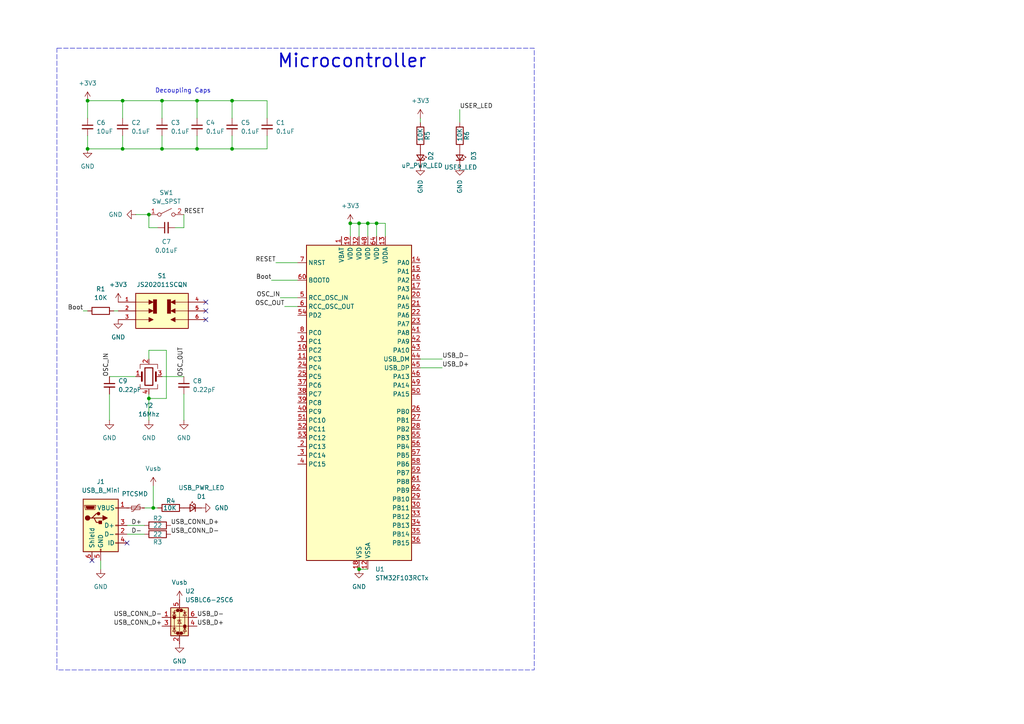
<source format=kicad_sch>
(kicad_sch (version 20250114) (generator "eeschema") (generator_version "9.0")
  (paper "A4")
  (title_block (title "Robot Brain PCB") (date "2025-04-22") (rev "1.0") (company "Ali G"))
  (lib_symbols
    (symbol "Connector:USB_B_Mini" (pin_names (offset 1.016))
      (property "Reference" "J" (at -5.08 11.43 0))
      (property "Value" "USB_B_Mini" (at -5.08 8.89 0))
      (symbol "USB_B_Mini_0_1"
        (rectangle (start -5.08 -7.62) (end 5.08 7.62) (stroke (width 0.254)) (fill (type background)))
        (polyline (pts (xy -4.699 5.842) (xy -4.699 5.588) (xy -4.445 4.826) (xy -4.445 4.572) (xy -1.651 4.572) (xy -1.651 4.826) (xy -1.397 5.588) (xy -1.397 5.842) (xy -4.699 5.842)))
        (polyline (pts (xy -4.318 5.588) (xy -1.778 5.588) (xy -2.032 4.826) (xy -4.064 4.826) (xy -4.318 5.588)) (fill (type outline)))
        (circle (center -3.81 2.159) (radius 0.635) (stroke (width 0.254)) (fill (type outline)))
        (polyline (pts (xy -3.175 2.159) (xy -2.54 2.159) (xy -1.27 3.429) (xy -0.635 3.429)) (stroke (width 0.254)))
        (polyline (pts (xy -2.54 2.159) (xy -1.905 2.159) (xy -1.27 0.889) (xy 0 0.889)) (stroke (width 0.254)))
        (polyline (pts (xy -1.905 2.159) (xy 0.635 2.159)) (stroke (width 0.254)))
        (circle (center -0.635 3.429) (radius 0.381) (stroke (width 0.254)) (fill (type outline)))
        (rectangle (start -0.127 -7.62) (end 0.127 -6.858))
        (rectangle (start 0.254 1.27) (end -0.508 0.508) (stroke (width 0.254)) (fill (type outline)))
        (polyline (pts (xy 0.635 2.794) (xy 0.635 1.524) (xy 1.905 2.159) (xy 0.635 2.794)) (stroke (width 0.254)) (fill (type outline)))
        (rectangle (start 5.08 4.953) (end 4.318 5.207))
        (rectangle (start 5.08 -0.127) (end 4.318 0.127))
        (rectangle (start 5.08 -2.667) (end 4.318 -2.413))
        (rectangle (start 5.08 -5.207) (end 4.318 -4.953))
      )
      (symbol "USB_B_Mini_1_1"
        (pin passive line (at -2.54 -10.16 90) (length 2.54) (name "Shield") (number "6"))
        (pin power_out line (at 0 -10.16 90) (length 2.54) (name "GND") (number "5"))
        (pin power_out line (at 7.62 5.08 180) (length 2.54) (name "VBUS") (number "1"))
        (pin bidirectional line (at 7.62 0 180) (length 2.54) (name "D+") (number "3"))
        (pin bidirectional line (at 7.62 -2.54 180) (length 2.54) (name "D-") (number "2"))
        (pin passive line (at 7.62 -5.08 180) (length 2.54) (name "ID") (number "4"))
      )
    )
    (symbol "Device:C_Small" (pin_numbers (hide yes)) (pin_names (offset 0.254) (hide yes))
      (property "Reference" "C" (at 0.254 1.778 0))
      (property "Value" "C_Small" (at 0.254 -2.032 0))
      (symbol "C_Small_0_1"
        (polyline (pts (xy -1.524 0.508) (xy 1.524 0.508)) (stroke (width 0.3048)))
        (polyline (pts (xy -1.524 -0.508) (xy 1.524 -0.508)) (stroke (width 0.3302)))
      )
      (symbol "C_Small_1_1"
        (pin passive line (at 0 2.54 270) (length 2.032) (name "~") (number "1"))
        (pin passive line (at 0 -2.54 90) (length 2.032) (name "~") (number "2"))
      )
    )
    (symbol "Device:Crystal_GND24" (pin_names (offset 1.016) (hide yes))
      (property "Reference" "Y" (at 3.175 5.08 0))
      (property "Value" "Crystal_GND24" (at 3.175 3.175 0))
      (symbol "Crystal_GND24_0_1"
        (polyline (pts (xy -2.54 2.286) (xy -2.54 3.556) (xy 2.54 3.556) (xy 2.54 2.286)))
        (polyline (pts (xy -2.54 0) (xy -2.032 0)))
        (polyline (pts (xy -2.54 -2.286) (xy -2.54 -3.556) (xy 2.54 -3.556) (xy 2.54 -2.286)))
        (polyline (pts (xy -2.032 -1.27) (xy -2.032 1.27)) (stroke (width 0.508)))
        (rectangle (start -1.143 2.54) (end 1.143 -2.54) (stroke (width 0.3048)))
        (polyline (pts (xy 0 3.556) (xy 0 3.81)))
        (polyline (pts (xy 0 -3.81) (xy 0 -3.556)))
        (polyline (pts (xy 2.032 0) (xy 2.54 0)))
        (polyline (pts (xy 2.032 -1.27) (xy 2.032 1.27)) (stroke (width 0.508)))
      )
      (symbol "Crystal_GND24_1_1"
        (pin passive line (at -3.81 0 0) (length 1.27) (name "1") (number "1"))
        (pin passive line (at 0 5.08 270) (length 1.27) (name "2") (number "2"))
        (pin passive line (at 0 -5.08 90) (length 1.27) (name "4") (number "4"))
        (pin passive line (at 3.81 0 180) (length 1.27) (name "3") (number "3"))
      )
    )
    (symbol "Device:LED_Small" (pin_numbers (hide yes)) (pin_names (offset 0.254) (hide yes))
      (property "Reference" "D" (at -1.27 3.175 0))
      (property "Value" "LED_Small" (at -4.445 -2.54 0))
      (symbol "LED_Small_0_1"
        (polyline (pts (xy -0.762 -1.016) (xy -0.762 1.016)) (stroke (width 0.254)))
        (polyline (pts (xy 0 0.762) (xy -0.508 1.27) (xy -0.254 1.27) (xy -0.508 1.27) (xy -0.508 1.016)))
        (polyline (pts (xy 0.508 1.27) (xy 0 1.778) (xy 0.254 1.778) (xy 0 1.778) (xy 0 1.524)))
        (polyline (pts (xy 0.762 -1.016) (xy -0.762 0) (xy 0.762 1.016) (xy 0.762 -1.016)) (stroke (width 0.254)))
        (polyline (pts (xy 1.016 0) (xy -0.762 0)))
      )
      (symbol "LED_Small_1_1"
        (pin passive line (at -2.54 0 0) (length 1.778) (name "K") (number "1"))
        (pin passive line (at 2.54 0 180) (length 1.778) (name "A") (number "2"))
      )
    )
    (symbol "Device:Polyfuse_Small" (pin_numbers (hide yes)) (pin_names (offset 0))
      (property "Reference" "F" (at -1.905 0 90))
      (property "Value" "Polyfuse_Small" (at 1.905 0 90))
      (symbol "Polyfuse_Small_0_1"
        (polyline (pts (xy -1.016 1.27) (xy -1.016 0.762) (xy 1.016 -0.762) (xy 1.016 -1.27)))
        (rectangle (start -0.508 1.27) (end 0.508 -1.27))
        (polyline (pts (xy 0 2.54) (xy 0 -2.54)))
      )
      (symbol "Polyfuse_Small_1_1"
        (pin passive line (at 0 2.54 270) (length 0.635) (name "~") (number "1"))
        (pin passive line (at 0 -2.54 90) (length 0.635) (name "~") (number "2"))
      )
    )
    (symbol "Device:R" (pin_numbers (hide yes)) (pin_names (offset 0))
      (property "Reference" "R" (at 2.032 0 90))
      (property "Value" "R" (at 0 0 90))
      (symbol "R_0_1"
        (rectangle (start -1.016 -2.54) (end 1.016 2.54) (stroke (width 0.254)))
      )
      (symbol "R_1_1"
        (pin passive line (at 0 3.81 270) (length 1.27) (name "~") (number "1"))
        (pin passive line (at 0 -3.81 90) (length 1.27) (name "~") (number "2"))
      )
    )
    (symbol "MCU_ST_STM32F1:STM32F103RCTx"
      (property "Reference" "U" (at -15.24 46.99 0))
      (property "Value" "STM32F103RCTx" (at 10.16 46.99 0))
      (symbol "STM32F103RCTx_0_1"
        (rectangle (start -15.24 -45.72) (end 15.24 45.72) (stroke (width 0.254)) (fill (type background)))
      )
      (symbol "STM32F103RCTx_1_1"
        (pin input line (at -17.78 40.64 0) (length 2.54) (name "NRST") (number "7"))
        (pin input line (at -17.78 35.56 0) (length 2.54) (name "BOOT0") (number "60"))
        (pin bidirectional line (at -17.78 30.48 0) (length 2.54) (name "PD0") (number "5") (alternate "RCC_OSC_IN" bidirectional line))
        (pin bidirectional line (at -17.78 27.94 0) (length 2.54) (name "PD1") (number "6") (alternate "RCC_OSC_OUT" bidirectional line))
        (pin bidirectional line (at -17.78 25.4 0) (length 2.54) (name "PD2") (number "54"))
        (pin bidirectional line (at -17.78 20.32 0) (length 2.54) (name "PC0") (number "8"))
        (pin bidirectional line (at -17.78 17.78 0) (length 2.54) (name "PC1") (number "9"))
        (pin bidirectional line (at -17.78 15.24 0) (length 2.54) (name "PC2") (number "10"))
        (pin bidirectional line (at -17.78 12.7 0) (length 2.54) (name "PC3") (number "11"))
        (pin bidirectional line (at -17.78 10.16 0) (length 2.54) (name "PC4") (number "24"))
        (pin bidirectional line (at -17.78 7.62 0) (length 2.54) (name "PC5") (number "25"))
        (pin bidirectional line (at -17.78 5.08 0) (length 2.54) (name "PC6") (number "37"))
        (pin bidirectional line (at -17.78 2.54 0) (length 2.54) (name "PC7") (number "38"))
        (pin bidirectional line (at -17.78 0 0) (length 2.54) (name "PC8") (number "39"))
        (pin bidirectional line (at -17.78 -2.54 0) (length 2.54) (name "PC9") (number "40"))
        (pin bidirectional line (at -17.78 -5.08 0) (length 2.54) (name "PC10") (number "51"))
        (pin bidirectional line (at -17.78 -7.62 0) (length 2.54) (name "PC11") (number "52"))
        (pin bidirectional line (at -17.78 -10.16 0) (length 2.54) (name "PC12") (number "53"))
        (pin bidirectional line (at -17.78 -12.7 0) (length 2.54) (name "PC13") (number "2"))
        (pin bidirectional line (at -17.78 -15.24 0) (length 2.54) (name "PC14") (number "3"))
        (pin bidirectional line (at -17.78 -17.78 0) (length 2.54) (name "PC15") (number "4"))
        (pin power_in line (at -5.08 48.26 270) (length 2.54) (name "VBAT") (number "1"))
        (pin power_in line (at -2.54 48.26 270) (length 2.54) (name "VDD") (number "19"))
        (pin power_in line (at 0 48.26 270) (length 2.54) (name "VDD") (number "32"))
        (pin power_in line (at 0 -48.26 90) (length 2.54) (name "VSS") (number "18"))
        (pin passive line (at 0 -48.26 90) (length 2.54) (hide yes) (name "VSS") (number "31"))
        (pin passive line (at 0 -48.26 90) (length 2.54) (hide yes) (name "VSS") (number "47"))
        (pin passive line (at 0 -48.26 90) (length 2.54) (hide yes) (name "VSS") (number "63"))
        (pin power_in line (at 2.54 48.26 270) (length 2.54) (name "VDD") (number "48"))
        (pin power_in line (at 2.54 -48.26 90) (length 2.54) (name "VSSA") (number "12"))
        (pin power_in line (at 5.08 48.26 270) (length 2.54) (name "VDD") (number "64"))
        (pin power_in line (at 7.62 48.26 270) (length 2.54) (name "VDDA") (number "13"))
        (pin bidirectional line (at 17.78 40.64 180) (length 2.54) (name "PA0") (number "14"))
        (pin bidirectional line (at 17.78 38.1 180) (length 2.54) (name "PA1") (number "15"))
        (pin bidirectional line (at 17.78 35.56 180) (length 2.54) (name "PA2") (number "16"))
        (pin bidirectional line (at 17.78 33.02 180) (length 2.54) (name "PA3") (number "17"))
        (pin bidirectional line (at 17.78 30.48 180) (length 2.54) (name "PA4") (number "20"))
        (pin bidirectional line (at 17.78 27.94 180) (length 2.54) (name "PA5") (number "21"))
        (pin bidirectional line (at 17.78 25.4 180) (length 2.54) (name "PA6") (number "22"))
        (pin bidirectional line (at 17.78 22.86 180) (length 2.54) (name "PA7") (number "23"))
        (pin bidirectional line (at 17.78 20.32 180) (length 2.54) (name "PA8") (number "41"))
        (pin bidirectional line (at 17.78 17.78 180) (length 2.54) (name "PA9") (number "42"))
        (pin bidirectional line (at 17.78 15.24 180) (length 2.54) (name "PA10") (number "43"))
        (pin bidirectional line (at 17.78 12.7 180) (length 2.54) (name "PA11") (number "44") (alternate "USB_DM" bidirectional line))
        (pin bidirectional line (at 17.78 10.16 180) (length 2.54) (name "PA12") (number "45") (alternate "USB_DP" bidirectional line))
        (pin bidirectional line (at 17.78 7.62 180) (length 2.54) (name "PA13") (number "46"))
        (pin bidirectional line (at 17.78 5.08 180) (length 2.54) (name "PA14") (number "49"))
        (pin bidirectional line (at 17.78 2.54 180) (length 2.54) (name "PA15") (number "50"))
        (pin bidirectional line (at 17.78 -2.54 180) (length 2.54) (name "PB0") (number "26"))
        (pin bidirectional line (at 17.78 -5.08 180) (length 2.54) (name "PB1") (number "27"))
        (pin bidirectional line (at 17.78 -7.62 180) (length 2.54) (name "PB2") (number "28"))
        (pin bidirectional line (at 17.78 -10.16 180) (length 2.54) (name "PB3") (number "55"))
        (pin bidirectional line (at 17.78 -12.7 180) (length 2.54) (name "PB4") (number "56"))
        (pin bidirectional line (at 17.78 -15.24 180) (length 2.54) (name "PB5") (number "57"))
        (pin bidirectional line (at 17.78 -17.78 180) (length 2.54) (name "PB6") (number "58"))
        (pin bidirectional line (at 17.78 -20.32 180) (length 2.54) (name "PB7") (number "59"))
        (pin bidirectional line (at 17.78 -22.86 180) (length 2.54) (name "PB8") (number "61"))
        (pin bidirectional line (at 17.78 -25.4 180) (length 2.54) (name "PB9") (number "62"))
        (pin bidirectional line (at 17.78 -27.94 180) (length 2.54) (name "PB10") (number "29"))
        (pin bidirectional line (at 17.78 -30.48 180) (length 2.54) (name "PB11") (number "30"))
        (pin bidirectional line (at 17.78 -33.02 180) (length 2.54) (name "PB12") (number "33"))
        (pin bidirectional line (at 17.78 -35.56 180) (length 2.54) (name "PB13") (number "34"))
        (pin bidirectional line (at 17.78 -38.1 180) (length 2.54) (name "PB14") (number "35"))
        (pin bidirectional line (at 17.78 -40.64 180) (length 2.54) (name "PB15") (number "36"))
      )
    )
    (symbol "Power_Protection:USBLC6-2SC6" (pin_names (hide yes))
      (property "Reference" "U" (at 0.635 5.715 0))
      (property "Value" "USBLC6-2SC6" (at 0.635 3.81 0))
      (symbol "USBLC6-2SC6_0_0"
        (circle (center -1.524 0) (radius 0.0001) (stroke (width 0.508)))
        (circle (center -0.508 2.032) (radius 0.0001) (stroke (width 0.508)))
        (circle (center -0.508 -4.572) (radius 0.0001) (stroke (width 0.508)))
        (circle (center 0.508 2.032) (radius 0.0001) (stroke (width 0.508)))
        (circle (center 0.508 -4.572) (radius 0.0001) (stroke (width 0.508)))
        (circle (center 1.524 -2.54) (radius 0.0001) (stroke (width 0.508)))
      )
      (symbol "USBLC6-2SC6_0_1"
        (polyline (pts (xy -2.54 0) (xy 2.54 0)))
        (polyline (pts (xy -2.54 -2.54) (xy 2.54 -2.54)))
        (polyline (pts (xy -2.032 0.508) (xy -1.016 0.508) (xy -1.524 1.524) (xy -2.032 0.508)))
        (polyline (pts (xy -2.032 -3.048) (xy -1.016 -3.048)))
        (polyline (pts (xy -1.016 1.524) (xy -2.032 1.524)))
        (polyline (pts (xy -1.016 -4.064) (xy -2.032 -4.064) (xy -1.524 -3.048) (xy -1.016 -4.064)))
        (polyline (pts (xy -0.508 -1.143) (xy -0.508 -0.762) (xy 0.508 -0.762)))
        (polyline (pts (xy 0 2.54) (xy -0.508 2.032) (xy 0.508 2.032) (xy 0 1.524) (xy 0 -4.064) (xy -0.508 -4.572) (xy 0.508 -4.572) (xy 0 -5.08)))
        (polyline (pts (xy 0.508 -1.778) (xy -0.508 -1.778) (xy 0 -0.762) (xy 0.508 -1.778)))
        (polyline (pts (xy 1.016 1.524) (xy 2.032 1.524)))
        (polyline (pts (xy 1.016 -3.048) (xy 2.032 -3.048)))
        (polyline (pts (xy 2.032 0.508) (xy 1.016 0.508) (xy 1.524 1.524) (xy 2.032 0.508)))
        (polyline (pts (xy 2.032 -4.064) (xy 1.016 -4.064) (xy 1.524 -3.048) (xy 2.032 -4.064)))
      )
      (symbol "USBLC6-2SC6_1_1"
        (rectangle (start -2.54 2.794) (end 2.54 -5.334) (stroke (width 0.254)) (fill (type background)))
        (polyline (pts (xy -0.508 2.032) (xy -1.524 2.032) (xy -1.524 -4.572) (xy -0.508 -4.572)))
        (polyline (pts (xy 0.508 -4.572) (xy 1.524 -4.572) (xy 1.524 2.032) (xy 0.508 2.032)))
        (pin passive line (at -5.08 0 0) (length 2.54) (name "I/O1") (number "1"))
        (pin passive line (at -5.08 -2.54 0) (length 2.54) (name "I/O2") (number "3"))
        (pin passive line (at 0 5.08 270) (length 2.54) (name "VBUS") (number "5"))
        (pin passive line (at 0 -7.62 90) (length 2.54) (name "GND") (number "2"))
        (pin passive line (at 5.08 0 180) (length 2.54) (name "I/O1") (number "6"))
        (pin passive line (at 5.08 -2.54 180) (length 2.54) (name "I/O2") (number "4"))
      )
    )
    (symbol "SW_up_Boot:JS202011SCQN" (pin_names (offset 1.016))
      (property "Reference" "S" (at -7.62 6.35 0))
      (property "Value" "JS202011SCQN" (at -7.62 -6.35 0))
      (symbol "JS202011SCQN_0_0"
        (polyline (pts (xy -7.62 2.54) (xy -3.81 2.54)) (stroke (width 0.1524)))
        (polyline (pts (xy -7.62 0) (xy -3.81 0)) (stroke (width 0.1524)))
        (polyline (pts (xy -7.62 -2.54) (xy -3.81 -2.54)) (stroke (width 0.1524)))
        (rectangle (start -7.62 -5.08) (end 7.62 5.08) (stroke (width 0.254)) (fill (type background)))
        (polyline (pts (xy -3.81 3.175) (xy -3.81 1.905) (xy -2.54 2.54) (xy -3.81 3.175)) (stroke (width 0.1524)) (fill (type outline)))
        (polyline (pts (xy -3.81 0.635) (xy -3.81 -0.635) (xy -2.54 0) (xy -3.81 0.635)) (stroke (width 0.1524)) (fill (type outline)))
        (polyline (pts (xy -3.81 -1.905) (xy -3.81 -3.175) (xy -2.54 -2.54) (xy -3.81 -1.905)) (stroke (width 0.1524)) (fill (type outline)))
        (polyline (pts (xy -2.54 3.302) (xy -2.54 -0.762) (xy -1.524 -0.762) (xy -1.524 3.302) (xy -2.54 3.302)) (stroke (width 0.0254)) (fill (type outline)))
        (polyline (pts (xy 1.524 3.302) (xy 1.524 -0.762) (xy 2.54 -0.762) (xy 2.54 3.302) (xy 1.524 3.302)) (stroke (width 0.0254)) (fill (type outline)))
        (polyline (pts (xy 3.81 1.905) (xy 3.81 3.175) (xy 2.54 2.54) (xy 3.81 1.905)) (stroke (width 0.1524)) (fill (type outline)))
        (polyline (pts (xy 3.81 -0.635) (xy 3.81 0.635) (xy 2.54 0) (xy 3.81 -0.635)) (stroke (width 0.1524)) (fill (type outline)))
        (polyline (pts (xy 3.81 -3.175) (xy 3.81 -1.905) (xy 2.54 -2.54) (xy 3.81 -3.175)) (stroke (width 0.1524)) (fill (type outline)))
        (polyline (pts (xy 7.62 2.54) (xy 3.81 2.54)) (stroke (width 0.1524)))
        (polyline (pts (xy 7.62 0) (xy 3.81 0)) (stroke (width 0.1524)))
        (polyline (pts (xy 7.62 -2.54) (xy 3.81 -2.54)) (stroke (width 0.1524)))
        (pin passive line (at -12.7 2.54 0) (length 5.08) (name "~") (number "1"))
        (pin passive line (at -12.7 0 0) (length 5.08) (name "~") (number "2"))
        (pin passive line (at -12.7 -2.54 0) (length 5.08) (name "~") (number "3"))
        (pin passive line (at 12.7 2.54 180) (length 5.08) (name "~") (number "4"))
        (pin passive line (at 12.7 0 180) (length 5.08) (name "~") (number "5"))
        (pin passive line (at 12.7 -2.54 180) (length 5.08) (name "~") (number "6"))
      )
    )
    (symbol "Switch:SW_SPST" (pin_names (offset 0) (hide yes))
      (property "Reference" "SW" (at 0 3.175 0))
      (property "Value" "SW_SPST" (at 0 -2.54 0))
      (symbol "SW_SPST_0_0"
        (circle (center -2.032 0) (radius 0.508))
        (polyline (pts (xy -1.524 0.254) (xy 1.524 1.778)))
        (circle (center 2.032 0) (radius 0.508))
      )
      (symbol "SW_SPST_1_1"
        (pin passive line (at -5.08 0 0) (length 2.54) (name "A") (number "1"))
        (pin passive line (at 5.08 0 180) (length 2.54) (name "B") (number "2"))
      )
    )
    (symbol "power:+3V3" (power) (pin_numbers (hide yes)) (pin_names (offset 0) (hide yes))
      (property "Value" "+3V3" (at 0 3.556 0))
      (symbol "+3V3_0_1"
        (polyline (pts (xy -0.762 1.27) (xy 0 2.54)))
        (polyline (pts (xy 0 2.54) (xy 0.762 1.27)))
        (polyline (pts (xy 0 0) (xy 0 2.54)))
      )
      (symbol "+3V3_1_1"
        (pin power_in line (at 0 0 90) (length 0) (name "~") (number "1"))
      )
    )
    (symbol "power:GND" (power) (pin_numbers (hide yes)) (pin_names (offset 0) (hide yes))
      (property "Value" "GND" (at 0 -3.81 0))
      (symbol "GND_0_1"
        (polyline (pts (xy 0 0) (xy 0 -1.27) (xy 1.27 -1.27) (xy 0 -2.54) (xy -1.27 -1.27) (xy 0 -1.27)))
      )
      (symbol "GND_1_1"
        (pin power_in line (at 0 0 270) (length 0) (name "~") (number "1"))
      )
    )
    (symbol "power:VCC" (power) (pin_numbers (hide yes)) (pin_names (offset 0) (hide yes))
      (property "Value" "VCC" (at 0 3.556 0))
      (symbol "VCC_0_1"
        (polyline (pts (xy -0.762 1.27) (xy 0 2.54)))
        (polyline (pts (xy 0 2.54) (xy 0.762 1.27)))
        (polyline (pts (xy 0 0) (xy 0 2.54)))
      )
      (symbol "VCC_1_1"
        (pin power_in line (at 0 0 90) (length 0) (name "~") (number "1"))
      )
    )
  )
  (rectangle (start 16.51 13.97) (end 154.94 194.31) (stroke (width 0.127) (type dash)))
  (text "Decoupling Caps" (at 53.086 26.416 0) (effects (font (size 1.27 1.27))))
  (text "Microcontroller" (at 102.108 17.78 0) (effects (font (size 3.81 3.81) (thickness 0.4763))))
  (junction (at 67.31 43.18))
  (junction (at 106.68 64.77))
  (junction (at 57.15 29.21))
  (junction (at 101.6 64.77))
  (junction (at 25.4 29.21))
  (junction (at 35.56 29.21))
  (junction (at 109.22 64.77))
  (junction (at 57.15 43.18))
  (junction (at 104.14 64.77))
  (junction (at 46.99 29.21))
  (junction (at 43.18 115.57))
  (junction (at 44.45 147.32))
  (junction (at 25.4 43.18))
  (junction (at 46.99 43.18))
  (junction (at 104.14 165.1))
  (junction (at 43.18 62.23))
  (junction (at 67.31 29.21))
  (junction (at 35.56 43.18))
  (no_connect (at 59.69 92.71))
  (no_connect (at 36.83 157.48))
  (no_connect (at 59.69 90.17))
  (no_connect (at 59.69 87.63))
  (no_connect (at 26.67 162.56))
  (wire (pts (xy 104.14 165.1) (xy 106.68 165.1)))
  (wire (pts (xy 29.21 165.1) (xy 29.21 162.56)))
  (wire (pts (xy 46.99 109.22) (xy 53.34 109.22)))
  (wire (pts (xy 77.47 39.37) (xy 77.47 43.18)))
  (wire (pts (xy 106.68 64.77) (xy 104.14 64.77)))
  (wire (pts (xy 128.27 104.14) (xy 121.92 104.14)))
  (wire (pts (xy 43.18 101.6) (xy 48.26 101.6)))
  (wire (pts (xy 33.02 90.17) (xy 34.29 90.17)))
  (wire (pts (xy 39.37 62.23) (xy 43.18 62.23)))
  (wire (pts (xy 35.56 29.21) (xy 35.56 34.29)))
  (wire (pts (xy 43.18 62.23) (xy 43.18 66.04)))
  (wire (pts (xy 111.76 68.58) (xy 111.76 64.77)))
  (wire (pts (xy 25.4 29.21) (xy 35.56 29.21)))
  (wire (pts (xy 35.56 43.18) (xy 46.99 43.18)))
  (wire (pts (xy 57.15 29.21) (xy 67.31 29.21)))
  (wire (pts (xy 24.13 90.17) (xy 25.4 90.17)))
  (wire (pts (xy 25.4 39.37) (xy 25.4 43.18)))
  (wire (pts (xy 111.76 64.77) (xy 109.22 64.77)))
  (wire (pts (xy 25.4 43.18) (xy 35.56 43.18)))
  (wire (pts (xy 36.83 152.4) (xy 41.91 152.4)))
  (wire (pts (xy 31.75 109.22) (xy 39.37 109.22)))
  (wire (pts (xy 46.99 29.21) (xy 57.15 29.21)))
  (wire (pts (xy 25.4 29.21) (xy 25.4 34.29)))
  (wire (pts (xy 35.56 29.21) (xy 46.99 29.21)))
  (wire (pts (xy 80.01 76.2) (xy 86.36 76.2)))
  (wire (pts (xy 46.99 39.37) (xy 46.99 43.18)))
  (wire (pts (xy 35.56 39.37) (xy 35.56 43.18)))
  (wire (pts (xy 44.45 147.32) (xy 41.91 147.32)))
  (wire (pts (xy 109.22 64.77) (xy 106.68 64.77)))
  (wire (pts (xy 78.74 81.28) (xy 86.36 81.28)))
  (wire (pts (xy 57.15 43.18) (xy 67.31 43.18)))
  (wire (pts (xy 53.34 66.04) (xy 50.8 66.04)))
  (wire (pts (xy 104.14 64.77) (xy 104.14 68.58)))
  (wire (pts (xy 81.28 86.36) (xy 86.36 86.36)))
  (wire (pts (xy 43.18 104.14) (xy 43.18 101.6)))
  (wire (pts (xy 57.15 29.21) (xy 57.15 34.29)))
  (wire (pts (xy 31.75 121.92) (xy 31.75 114.3)))
  (wire (pts (xy 45.72 147.32) (xy 44.45 147.32)))
  (wire (pts (xy 67.31 43.18) (xy 77.47 43.18)))
  (wire (pts (xy 53.34 121.92) (xy 53.34 114.3)))
  (wire (pts (xy 101.6 64.77) (xy 101.6 68.58)))
  (wire (pts (xy 46.99 29.21) (xy 46.99 34.29)))
  (wire (pts (xy 43.18 66.04) (xy 45.72 66.04)))
  (wire (pts (xy 53.34 62.23) (xy 53.34 66.04)))
  (wire (pts (xy 46.99 43.18) (xy 57.15 43.18)))
  (wire (pts (xy 44.45 140.97) (xy 44.45 147.32)))
  (wire (pts (xy 133.35 31.75) (xy 133.35 35.56)))
  (wire (pts (xy 104.14 64.77) (xy 101.6 64.77)))
  (wire (pts (xy 48.26 101.6) (xy 48.26 115.57)))
  (wire (pts (xy 41.91 154.94) (xy 36.83 154.94)))
  (wire (pts (xy 67.31 29.21) (xy 77.47 29.21)))
  (wire (pts (xy 67.31 39.37) (xy 67.31 43.18)))
  (wire (pts (xy 82.55 88.9) (xy 86.36 88.9)))
  (wire (pts (xy 67.31 29.21) (xy 67.31 34.29)))
  (wire (pts (xy 121.92 34.29) (xy 121.92 35.56)))
  (wire (pts (xy 43.18 121.92) (xy 43.18 115.57)))
  (wire (pts (xy 43.18 115.57) (xy 43.18 114.3)))
  (wire (pts (xy 48.26 115.57) (xy 43.18 115.57)))
  (wire (pts (xy 77.47 29.21) (xy 77.47 34.29)))
  (wire (pts (xy 106.68 64.77) (xy 106.68 68.58)))
  (wire (pts (xy 128.27 106.68) (xy 121.92 106.68)))
  (wire (pts (xy 109.22 64.77) (xy 109.22 68.58)))
  (wire (pts (xy 57.15 39.37) (xy 57.15 43.18)))
  (label "D-" (at 38.1 154.94 0))
  (label "USER_LED" (at 133.35 31.75 0))
  (label "OSC_IN" (at 31.75 109.22 90))
  (label "OSC_OUT" (at 53.34 109.22 90))
  (label "D+" (at 38.1 152.4 0))
  (label "USB_D-" (at 128.27 104.14 0))
  (label "USB_CONN_D-" (at 49.53 154.94 0))
  (label "USB_CONN_D+" (at 49.53 152.4 0))
  (label "USB_CONN_D-" (at 46.99 179.07 180))
  (label "Boot" (at 24.13 90.17 180))
  (label "USB_D+" (at 57.15 181.61 0))
  (label "USB_CONN_D+" (at 46.99 181.61 180))
  (label "RESET" (at 80.01 76.2 180))
  (label "Boot" (at 78.74 81.28 180))
  (label "RESET" (at 53.34 62.23 0))
  (label "USB_D-" (at 57.15 179.07 0))
  (label "USB_D+" (at 128.27 106.68 0))
  (label "OSC_IN" (at 81.28 86.36 180))
  (label "OSC_OUT" (at 82.55 88.9 180))
  (symbol (lib_id "power:GND") (at 29.21 165.1 0) (unit 1)
    (property "Reference" "#PWR011" (effects (hide yes)))
    (property "Value" "GND" (at 29.21 170.18 0))
    (property "Description" "Power symbol creates a global label with name \"GND\" , ground" (effects (hide yes)))
  )
  (symbol (lib_id "Device:R") (at 45.72 154.94 270) (unit 1)
    (property "Reference" "R3" (at 45.72 157.226 90))
    (property "Value" "22" (at 45.72 154.94 90))
    (property "Footprint" "Resistor_SMD:R_0805_2012Metric_Pad1.20x1.40mm_HandSolder" (effects (hide yes)))
    (property "Description" "Resistor" (effects (hide yes)))
    (property "Mouser" "https://www.mouser.com/ProductDetail/KOA-Speer/RK73B2ATTE103J?qs=I90P2AZw0BqeB%252B5wjce35A%3D%3D" (effects (hide yes)))
    (property "Mfr#" "RK73B2ATTE103J" (effects (hide yes)))
    (property "Unit Price($)" "0.10" (effects (hide yes)))
  )
  (symbol (lib_id "power:VCC") (at 44.45 140.97 0) (unit 1)
    (property "Reference" "#PWR013" (effects (hide yes)))
    (property "Value" "Vusb" (at 44.45 135.89 0))
    (property "Description" "Power symbol creates a global label with name \"VCC\"" (effects (hide yes)))
  )
  (symbol (lib_id "Connector:USB_B_Mini") (at 29.21 152.4 0) (unit 1)
    (property "Reference" "J1" (at 29.21 139.7 0))
    (property "Value" "USB_B_Mini" (at 29.21 142.24 0))
    (property "Footprint" "Connector_USB:USB_Mini-B_Lumberg_2486_01_Horizontal" (effects (hide yes)))
    (property "Description" "USB Mini Type B connector" (effects (hide yes)))
  )
  (symbol (lib_id "Power_Protection:USBLC6-2SC6") (at 52.07 179.07 0) (unit 1)
    (property "Reference" "U2" (at 53.7211 171.45 0) (effects (justify left)))
    (property "Value" "USBLC6-2SC6" (at 53.7211 173.99 0) (effects (justify left)))
    (property "Footprint" "Package_TO_SOT_SMD:SOT-23-6" (effects (hide yes)))
    (property "Datasheet" "https://www.st.com/resource/en/datasheet/usblc6-2.pdf" (effects (hide yes)))
    (property "Description" "Very low capacitance ESD protection diode, 2 data-line, SOT-23-6" (effects (hide yes)))
  )
  (symbol (lib_id "Device:C_Small") (at 57.15 36.83 0) (unit 1)
    (property "Reference" "C4" (at 59.69 35.5662 0) (effects (justify left)))
    (property "Value" "0.1uF" (at 59.69 38.1062 0) (effects (justify left)))
    (property "Footprint" "Capacitor_SMD:C_0805_2012Metric_Pad1.18x1.45mm_HandSolder" (effects (hide yes)))
    (property "Description" "Unpolarized capacitor, small symbol" (effects (hide yes)))
    (property "Mouser" "https://www.mouser.com/ProductDetail/KYOCERA-AVX/KAM21BR71H104JT?qs=Jm2GQyTW%2Fbic6Zk4McEt6w%3D%3D" (effects (hide yes)))
    (property "Mfr #P" " KAM21BR71H104JT" (effects (hide yes)))
    (property "Unit Price($)" "0.20" (effects (hide yes)))
  )
  (symbol (lib_id "Device:Crystal_GND24") (at 43.18 109.22 0) (unit 1)
    (property "Reference" "Y2" (at 43.18 117.602 0))
    (property "Value" "16Mhz" (at 43.18 120.142 0))
    (property "Footprint" "Crystal:Crystal_SMD_Abracon_ABM8G-4Pin_3.2x2.5mm" (effects (hide yes)))
    (property "Description" "Four pin crystal, GND on pins 2 and 4" (effects (hide yes)))
    (property "Mouser" "http://mouser.com/ProductDetail/ABRACON/ABM8-16.000MHZ-D1X-T?qs=vLWxofP3U2w30ayrUAlCvg%3D%3D" (effects (hide yes)))
    (property "Mfr#" "ABM8-16.000MHZ-D1X-T " (effects (hide yes)))
    (property "Unit Price($)" "0.43" (effects (hide yes)))
  )
  (symbol (lib_id "Device:C_Small") (at 53.34 111.76 0) (unit 1)
    (property "Reference" "C8" (at 55.88 110.4962 0) (effects (justify left)))
    (property "Value" "0.22pF" (at 55.88 113.0362 0) (effects (justify left)))
    (property "Footprint" "Capacitor_SMD:C_0805_2012Metric_Pad1.18x1.45mm_HandSolder" (effects (hide yes)))
    (property "Description" "Unpolarized capacitor, small symbol" (effects (hide yes)))
    (property "Mouser" "https://www.mouser.com/ProductDetail/KYOCERA-AVX/0805YA220JAT2A?qs=h45VL9SNQ1uLzsqNWWHBSQ%3D%3D" (effects (hide yes)))
    (property "Mfr #P" "0805YA220JAT2A " (effects (hide yes)))
    (property "Unit Price($)" "0.21" (effects (hide yes)))
  )
  (symbol (lib_id "power:GND") (at 39.37 62.23 270) (unit 1)
    (property "Reference" "#PWR05" (effects (hide yes)))
    (property "Value" "GND" (at 35.56 62.2299 90) (effects (justify right)))
    (property "Description" "Power symbol creates a global label with name \"GND\" , ground" (effects (hide yes)))
  )
  (symbol (lib_id "Device:R") (at 133.35 39.37 180) (unit 1)
    (property "Reference" "R6" (at 135.382 39.37 90))
    (property "Value" "10K" (at 133.35 39.116 90))
    (property "Footprint" "Resistor_SMD:R_0805_2012Metric_Pad1.20x1.40mm_HandSolder" (effects (hide yes)))
    (property "Description" "Resistor" (effects (hide yes)))
    (property "Mouser" "https://www.mouser.com/ProductDetail/KOA-Speer/RK73B2ATTE103J?qs=I90P2AZw0BqeB%252B5wjce35A%3D%3D" (effects (hide yes)))
    (property "Mfr#" "RK73B2ATTE103J" (effects (hide yes)))
    (property "Unit Price($)" "0.10" (effects (hide yes)))
  )
  (symbol (lib_id "power:GND") (at 58.42 147.32 90) (unit 1)
    (property "Reference" "#PWR015" (effects (hide yes)))
    (property "Value" "GND" (at 62.23 147.3199 90) (effects (justify right)))
    (property "Description" "Power symbol creates a global label with name \"GND\" , ground" (effects (hide yes)))
  )
  (symbol (lib_id "Device:R") (at 45.72 152.4 270) (unit 1)
    (property "Reference" "R2" (at 45.72 150.368 90))
    (property "Value" "22" (at 45.72 152.4 90))
    (property "Footprint" "Resistor_SMD:R_0805_2012Metric_Pad1.20x1.40mm_HandSolder" (effects (hide yes)))
    (property "Description" "Resistor" (effects (hide yes)))
    (property "Mouser" "https://www.mouser.com/ProductDetail/KOA-Speer/RK73B2ATTE103J?qs=I90P2AZw0BqeB%252B5wjce35A%3D%3D" (effects (hide yes)))
    (property "Mfr#" "RK73B2ATTE103J" (effects (hide yes)))
    (property "Unit Price($)" "0.10" (effects (hide yes)))
  )
  (symbol (lib_id "power:GND") (at 25.4 43.18 0) (unit 1)
    (property "Reference" "#PWR03" (effects (hide yes)))
    (property "Value" "GND" (at 25.4 48.26 0))
    (property "Description" "Power symbol creates a global label with name \"GND\" , ground" (effects (hide yes)))
  )
  (symbol (lib_id "power:GND") (at 121.92 48.26 0) (unit 1)
    (property "Reference" "#PWR016" (effects (hide yes)))
    (property "Value" "GND" (at 121.9201 52.07 90) (effects (justify right)))
    (property "Description" "Power symbol creates a global label with name \"GND\" , ground" (effects (hide yes)))
  )
  (symbol (lib_id "Switch:SW_SPST") (at 48.26 62.23 0) (unit 1)
    (property "Reference" "SW1" (at 48.26 55.88 0))
    (property "Value" "SW_SPST" (at 48.26 58.42 0))
    (property "Footprint" "SW_uP_Reset:SW_uP_Reset" (effects (hide yes)))
    (property "Description" "Single Pole Single Throw (SPST) switch" (effects (hide yes)))
  )
  (symbol (lib_id "Device:LED_Small") (at 55.88 147.32 0) (mirror y) (unit 1)
    (property "Reference" "D1" (at 58.42 144.018 0))
    (property "Value" "USB_PWR_LED" (at 58.42 141.478 0))
    (property "Footprint" "LED_SMD:LED_0805_2012Metric" (effects (hide yes)))
    (property "Description" "Light emitting diode, small symbol" (effects (hide yes)))
    (property "Sim.Pin" "1=K 2=A" (effects (hide yes)))
    (property "Mouser" "https://www.mouser.com/ProductDetail/Wurth-Elektronik/150080VS75000?qs=sGAEpiMZZMv0DJfhVcWlKwb9uSCDLxPfZ0A4%252BcEoadIpft0N0W21Jg%3D%3D" (effects (hide yes)))
    (property "Mfr#" "150080VS75000 " (effects (hide yes)))
    (property "Unit Price($)" "0.19" (effects (hide yes)))
  )
  (symbol (lib_id "Device:C_Small") (at 77.47 36.83 0) (unit 1)
    (property "Reference" "C1" (at 80.01 35.5662 0) (effects (justify left)))
    (property "Value" "0.1uF" (at 80.01 38.1062 0) (effects (justify left)))
    (property "Footprint" "Capacitor_SMD:C_0805_2012Metric_Pad1.18x1.45mm_HandSolder" (effects (hide yes)))
    (property "Description" "Unpolarized capacitor, small symbol" (effects (hide yes)))
    (property "Mouser" "https://www.mouser.com/ProductDetail/KYOCERA-AVX/KAM21BR71H104JT?qs=Jm2GQyTW%2Fbic6Zk4McEt6w%3D%3D" (effects (hide yes)))
    (property "Mfr #P" " KAM21BR71H104JT" (effects (hide yes)))
    (property "Unit Price($)" "0.20" (effects (hide yes)))
  )
  (symbol (lib_id "power:+3V3") (at 121.92 34.29 0) (unit 1)
    (property "Reference" "#PWR018" (effects (hide yes)))
    (property "Value" "+3V3" (at 121.92 29.21 0))
    (property "Description" "Power symbol creates a global label with name \"+3V3\"" (effects (hide yes)))
  )
  (symbol (lib_id "Device:LED_Small") (at 121.92 45.72 270) (mirror x) (unit 1)
    (property "Reference" "D2" (at 124.968 45.212 0))
    (property "Value" "uP_PWR_LED" (at 122.428 48.006 90))
    (property "Footprint" "LED_SMD:LED_0805_2012Metric" (effects (hide yes)))
    (property "Description" "Light emitting diode, small symbol" (effects (hide yes)))
    (property "Sim.Pin" "1=K 2=A" (effects (hide yes)))
    (property "Mouser" "https://www.mouser.com/ProductDetail/Wurth-Elektronik/150080VS75000?qs=sGAEpiMZZMv0DJfhVcWlKwb9uSCDLxPfZ0A4%252BcEoadIpft0N0W21Jg%3D%3D" (effects (hide yes)))
    (property "Mfr#" "150080VS75000 " (effects (hide yes)))
    (property "Unit Price($)" "0.19" (effects (hide yes)))
  )
  (symbol (lib_id "power:GND") (at 31.75 121.92 0) (unit 1)
    (property "Reference" "#PWR09" (effects (hide yes)))
    (property "Value" "GND" (at 31.75 127 0))
    (property "Description" "Power symbol creates a global label with name \"GND\" , ground" (effects (hide yes)))
  )
  (symbol (lib_id "Device:LED_Small") (at 133.35 45.72 270) (mirror x) (unit 1)
    (property "Reference" "D3" (at 137.414 45.212 0))
    (property "Value" "USER_LED" (at 133.604 48.514 90))
    (property "Footprint" "LED_SMD:LED_0805_2012Metric" (effects (hide yes)))
    (property "Description" "Light emitting diode, small symbol" (effects (hide yes)))
    (property "Sim.Pin" "1=K 2=A" (effects (hide yes)))
    (property "Mouser" "https://www.mouser.com/ProductDetail/Wurth-Elektronik/150080VS75000?qs=sGAEpiMZZMv0DJfhVcWlKwb9uSCDLxPfZ0A4%252BcEoadIpft0N0W21Jg%3D%3D" (effects (hide yes)))
    (property "Mfr#" "150080VS75000 " (effects (hide yes)))
    (property "Unit Price($)" "0.19" (effects (hide yes)))
  )
  (symbol (lib_id "Device:C_Small") (at 35.56 36.83 0) (unit 1)
    (property "Reference" "C2" (at 38.1 35.5662 0) (effects (justify left)))
    (property "Value" "0.1uF" (at 38.1 38.1062 0) (effects (justify left)))
    (property "Footprint" "Capacitor_SMD:C_0805_2012Metric_Pad1.18x1.45mm_HandSolder" (effects (hide yes)))
    (property "Description" "Unpolarized capacitor, small symbol" (effects (hide yes)))
    (property "Mouser" "https://www.mouser.com/ProductDetail/KYOCERA-AVX/KAM21BR71H104JT?qs=Jm2GQyTW%2Fbic6Zk4McEt6w%3D%3D" (effects (hide yes)))
    (property "Mfr #P" " KAM21BR71H104JT" (effects (hide yes)))
    (property "Unit Price($)" "0.20" (effects (hide yes)))
  )
  (symbol (lib_id "power:+3V3") (at 101.6 64.77 0) (unit 1)
    (property "Reference" "#PWR01" (effects (hide yes)))
    (property "Value" "+3V3" (at 101.6 59.69 0))
    (property "Description" "Power symbol creates a global label with name \"+3V3\"" (effects (hide yes)))
  )
  (symbol (lib_id "Device:C_Small") (at 67.31 36.83 0) (unit 1)
    (property "Reference" "C5" (at 69.85 35.5662 0) (effects (justify left)))
    (property "Value" "0.1uF" (at 69.85 38.1062 0) (effects (justify left)))
    (property "Footprint" "Capacitor_SMD:C_0805_2012Metric_Pad1.18x1.45mm_HandSolder" (effects (hide yes)))
    (property "Description" "Unpolarized capacitor, small symbol" (effects (hide yes)))
    (property "Mouser" "https://www.mouser.com/ProductDetail/KYOCERA-AVX/KAM21BR71H104JT?qs=Jm2GQyTW%2Fbic6Zk4McEt6w%3D%3D" (effects (hide yes)))
    (property "Mfr #P" " KAM21BR71H104JT" (effects (hide yes)))
    (property "Unit Price($)" "0.20" (effects (hide yes)))
  )
  (symbol (lib_id "Device:C_Small") (at 25.4 36.83 0) (unit 1)
    (property "Reference" "C6" (at 27.94 35.5662 0) (effects (justify left)))
    (property "Value" "10uF" (at 27.94 38.1062 0) (effects (justify left)))
    (property "Footprint" "Capacitor_SMD:C_0805_2012Metric_Pad1.18x1.45mm_HandSolder" (effects (hide yes)))
    (property "Description" "Unpolarized capacitor, small symbol" (effects (hide yes)))
    (property "Mouser" "https://www.mouser.com/ProductDetail/TAIYO-YUDEN/LMK212ABJ106KG-T?qs=vF%252B8ahGVileYw6h2RCH8zg%3D%3D" (effects (hide yes)))
    (property "Mfr #P" " LMK212ABJ106KG-T " (effects (hide yes)))
    (property "Unit Price($)" "0.11" (effects (hide yes)))
  )
  (symbol (lib_id "SW_up_Boot:JS202011SCQN") (at 46.99 90.17 0) (unit 1)
    (property "Reference" "S1" (at 46.99 80.01 0))
    (property "Value" "JS202011SCQN" (at 46.99 82.55 0))
    (property "Footprint" "SW_up_Boot:SW_up_Boot" (effects (hide yes)))
    (property "MF" "C&K" (effects (hide yes)))
    (property "MAXIMUM_PACKAGE_HEIGHT" "5.5 mm" (effects (hide yes)))
    (property "Package" "None" (effects (hide yes)))
    (property "Price" "None" (effects (hide yes)))
    (property "Check_prices" "https://www.snapeda.com/parts/JS202011SCQN/C%2526K/view-part/?ref=eda" (effects (hide yes)))
    (property "STANDARD" "Manufacturer Recommendations" (effects (hide yes)))
    (property "PARTREV" "26 May 22" (effects (hide yes)))
    (property "SnapEDA_Link" "https://www.snapeda.com/parts/JS202011SCQN/C%2526K/view-part/?ref=snap" (effects (hide yes)))
    (property "MP" "JS202011SCQN" (effects (hide yes)))
    (property "Description_1" "Slide Switch DPDT Surface Mount" (effects (hide yes)))
    (property "MANUFACTURER" "C&K" (effects (hide yes)))
    (property "Availability" "In Stock" (effects (hide yes)))
    (property "SNAPEDA_PN" "JS202011SCQN" (effects (hide yes)))
    (property "Mouser" "https://www.mouser.com/ProductDetail/CK/JS202011SCQN?qs=LgMIjt8LuD95JYWxZ7NvZA%3D%3D" (effects (hide yes)))
  )
  (symbol (lib_id "power:GND") (at 133.35 48.26 0) (unit 1)
    (property "Reference" "#PWR017" (effects (hide yes)))
    (property "Value" "GND" (at 133.3501 52.07 90) (effects (justify right)))
    (property "Description" "Power symbol creates a global label with name \"GND\" , ground" (effects (hide yes)))
  )
  (symbol (lib_id "Device:C_Small") (at 31.75 111.76 0) (unit 1)
    (property "Reference" "C9" (at 34.29 110.4962 0) (effects (justify left)))
    (property "Value" "0.22pF" (at 34.29 113.0362 0) (effects (justify left)))
    (property "Footprint" "Capacitor_SMD:C_0805_2012Metric_Pad1.18x1.45mm_HandSolder" (effects (hide yes)))
    (property "Description" "Unpolarized capacitor, small symbol" (effects (hide yes)))
    (property "Mouser" "https://www.mouser.com/ProductDetail/KYOCERA-AVX/0805YA220JAT2A?qs=h45VL9SNQ1uLzsqNWWHBSQ%3D%3D" (effects (hide yes)))
    (property "Mfr #P" "0805YA220JAT2A " (effects (hide yes)))
    (property "Unit Price($)" "0.21" (effects (hide yes)))
  )
  (symbol (lib_id "power:GND") (at 43.18 121.92 0) (unit 1)
    (property "Reference" "#PWR010" (effects (hide yes)))
    (property "Value" "GND" (at 43.18 127 0))
    (property "Description" "Power symbol creates a global label with name \"GND\" , ground" (effects (hide yes)))
  )
  (symbol (lib_id "Device:Polyfuse_Small") (at 39.37 147.32 90) (unit 1)
    (property "Reference" "F1" (effects (hide yes)))
    (property "Value" "PTCSMD" (at 39.116 143.256 90))
    (property "Footprint" "Fuse:Fuse_0805_2012Metric_Pad1.15x1.40mm_HandSolder" (effects (hide yes)))
    (property "Description" "Resettable fuse, polymeric positive temperature coefficient, small symbol" (effects (hide yes)))
    (property "Mouser" "https://www.mouser.com/ProductDetail/Bel-Fuse/0ZCK0050AF2E?qs=jyPKP7YLNfA3woHzbzsK%2FQ%3D%3D" (effects (hide yes)))
    (property "Mfr#" "0ZCK0050AF2E" (effects (hide yes)))
    (property "Unit Price($)" "0.32" (effects (hide yes)))
  )
  (symbol (lib_id "Device:C_Small") (at 46.99 36.83 0) (unit 1)
    (property "Reference" "C3" (at 49.53 35.5662 0) (effects (justify left)))
    (property "Value" "0.1uF" (at 49.53 38.1062 0) (effects (justify left)))
    (property "Footprint" "Capacitor_SMD:C_0805_2012Metric_Pad1.18x1.45mm_HandSolder" (effects (hide yes)))
    (property "Description" "Unpolarized capacitor, small symbol" (effects (hide yes)))
    (property "Mouser" "https://www.mouser.com/ProductDetail/KYOCERA-AVX/KAM21BR71H104JT?qs=Jm2GQyTW%2Fbic6Zk4McEt6w%3D%3D" (effects (hide yes)))
    (property "Mfr #P" " KAM21BR71H104JT" (effects (hide yes)))
    (property "Unit Price($)" "0.20" (effects (hide yes)))
  )
  (symbol (lib_id "power:GND") (at 53.34 121.92 0) (unit 1)
    (property "Reference" "#PWR08" (effects (hide yes)))
    (property "Value" "GND" (at 53.34 127 0))
    (property "Description" "Power symbol creates a global label with name \"GND\" , ground" (effects (hide yes)))
  )
  (symbol (lib_id "Device:R") (at 121.92 39.37 180) (unit 1)
    (property "Reference" "R5" (at 123.952 39.37 90))
    (property "Value" "10K" (at 121.92 39.116 90))
    (property "Footprint" "Resistor_SMD:R_0805_2012Metric_Pad1.20x1.40mm_HandSolder" (effects (hide yes)))
    (property "Description" "Resistor" (effects (hide yes)))
    (property "Mouser" "https://www.mouser.com/ProductDetail/KOA-Speer/RK73B2ATTE103J?qs=I90P2AZw0BqeB%252B5wjce35A%3D%3D" (effects (hide yes)))
    (property "Mfr#" "RK73B2ATTE103J" (effects (hide yes)))
    (property "Unit Price($)" "0.10" (effects (hide yes)))
  )
  (symbol (lib_id "power:+3V3") (at 34.29 87.63 0) (unit 1)
    (property "Reference" "#PWR07" (effects (hide yes)))
    (property "Value" "+3V3" (at 34.29 82.55 0))
    (property "Description" "Power symbol creates a global label with name \"+3V3\"" (effects (hide yes)))
  )
  (symbol (lib_id "MCU_ST_STM32F1:STM32F103RCTx") (at 104.14 116.84 0) (unit 1)
    (property "Reference" "U1" (at 108.8233 165.1 0) (effects (justify left)))
    (property "Value" "STM32F103RCTx" (at 108.8233 167.64 0) (effects (justify left)))
    (property "Footprint" "Package_QFP:LQFP-64_10x10mm_P0.5mm" (effects (hide yes)))
    (property "Datasheet" "https://www.st.com/resource/en/datasheet/stm32f103rc.pdf" (effects (hide yes)))
    (property "Description" "STMicroelectronics Arm Cortex-M3 MCU, 256KB flash, 48KB RAM, 72 MHz, 2.0-3.6V, 51 GPIO, LQFP64" (effects (hide yes)))
    (property "Mouser" "https://www.mouser.com/ProductDetail/STMicroelectronics/STM32F103RCT6?qs=%252BB84zevwoRA6TYzZIgOIoA%3D%3D&srsltid=AfmBOoqwswHzdjITJ-oUlSGIyp1zOSTgASoTiv8d-Df-aces2SPJ32yq" (effects (hide yes)))
    (property "Mfg #P" "STM32F103RCT6" (effects (hide yes)))
    (property "Unit Price ($)" "8.08" (effects (hide yes)))
    (pin "6" (alternate "RCC_OSC_OUT"))
    (pin "5" (alternate "RCC_OSC_IN"))
    (pin "45" (alternate "USB_DP"))
    (pin "44" (alternate "USB_DM"))
  )
  (symbol (lib_id "power:VCC") (at 52.07 173.99 0) (unit 1)
    (property "Reference" "#PWR014" (effects (hide yes)))
    (property "Value" "Vusb" (at 52.07 168.91 0))
    (property "Description" "Power symbol creates a global label with name \"VCC\"" (effects (hide yes)))
  )
  (symbol (lib_id "power:GND") (at 52.07 186.69 0) (unit 1)
    (property "Reference" "#PWR012" (effects (hide yes)))
    (property "Value" "GND" (at 52.07 191.77 0))
    (property "Description" "Power symbol creates a global label with name \"GND\" , ground" (effects (hide yes)))
  )
  (symbol (lib_id "Device:R") (at 29.21 90.17 270) (unit 1)
    (property "Reference" "R1" (at 29.21 83.82 90))
    (property "Value" "10K" (at 29.21 86.36 90))
    (property "Footprint" "Resistor_SMD:R_0805_2012Metric_Pad1.20x1.40mm_HandSolder" (effects (hide yes)))
    (property "Description" "Resistor" (effects (hide yes)))
    (property "Mouser" "https://www.mouser.com/ProductDetail/KOA-Speer/RK73B2ATTE103J?qs=I90P2AZw0BqeB%252B5wjce35A%3D%3D" (effects (hide yes)))
    (property "Mfr#" "RK73B2ATTE103J" (effects (hide yes)))
    (property "Unit Price($)" "0.10" (effects (hide yes)))
  )
  (symbol (lib_id "power:GND") (at 34.29 92.71 0) (unit 1)
    (property "Reference" "#PWR06" (effects (hide yes)))
    (property "Value" "GND" (at 34.29 97.79 0))
    (property "Description" "Power symbol creates a global label with name \"GND\" , ground" (effects (hide yes)))
  )
  (symbol (lib_id "Device:C_Small") (at 48.26 66.04 90) (unit 1)
    (property "Reference" "C7" (at 48.26 70.104 90))
    (property "Value" "0.01uF" (at 48.26 72.644 90))
    (property "Footprint" "Capacitor_SMD:C_0805_2012Metric_Pad1.18x1.45mm_HandSolder" (effects (hide yes)))
    (property "Description" "Unpolarized capacitor, small symbol" (effects (hide yes)))
    (property "Mouser" "https://www.mouser.com/ProductDetail/KYOCERA-AVX/KAF21BR72A103JT?qs=Jm2GQyTW%2Fbiu9dbnlAVfgQ%3D%3D" (effects (hide yes)))
    (property "Mfr #P" " KAF21BR72A103JT" (effects (hide yes)))
    (property "Unit Price($)" "0.20" (effects (hide yes)))
  )
  (symbol (lib_id "power:GND") (at 104.14 165.1 0) (unit 1)
    (property "Reference" "#PWR04" (effects (hide yes)))
    (property "Value" "GND" (at 104.14 170.18 0))
    (property "Description" "Power symbol creates a global label with name \"GND\" , ground" (effects (hide yes)))
  )
  (symbol (lib_id "Device:R") (at 49.53 147.32 270) (unit 1)
    (property "Reference" "R4" (at 49.53 145.288 90))
    (property "Value" "10K" (at 49.276 147.32 90))
    (property "Footprint" "Resistor_SMD:R_0805_2012Metric_Pad1.20x1.40mm_HandSolder" (effects (hide yes)))
    (property "Description" "Resistor" (effects (hide yes)))
    (property "Mouser" "https://www.mouser.com/ProductDetail/KOA-Speer/RK73B2ATTE103J?qs=I90P2AZw0BqeB%252B5wjce35A%3D%3D" (effects (hide yes)))
    (property "Mfr#" "RK73B2ATTE103J" (effects (hide yes)))
    (property "Unit Price($)" "0.10" (effects (hide yes)))
  )
  (symbol (lib_id "power:+3V3") (at 25.4 29.21 0) (unit 1)
    (property "Reference" "#PWR02" (effects (hide yes)))
    (property "Value" "+3V3" (at 25.4 24.13 0))
    (property "Description" "Power symbol creates a global label with name \"+3V3\"" (effects (hide yes)))
  )
)
</source>
